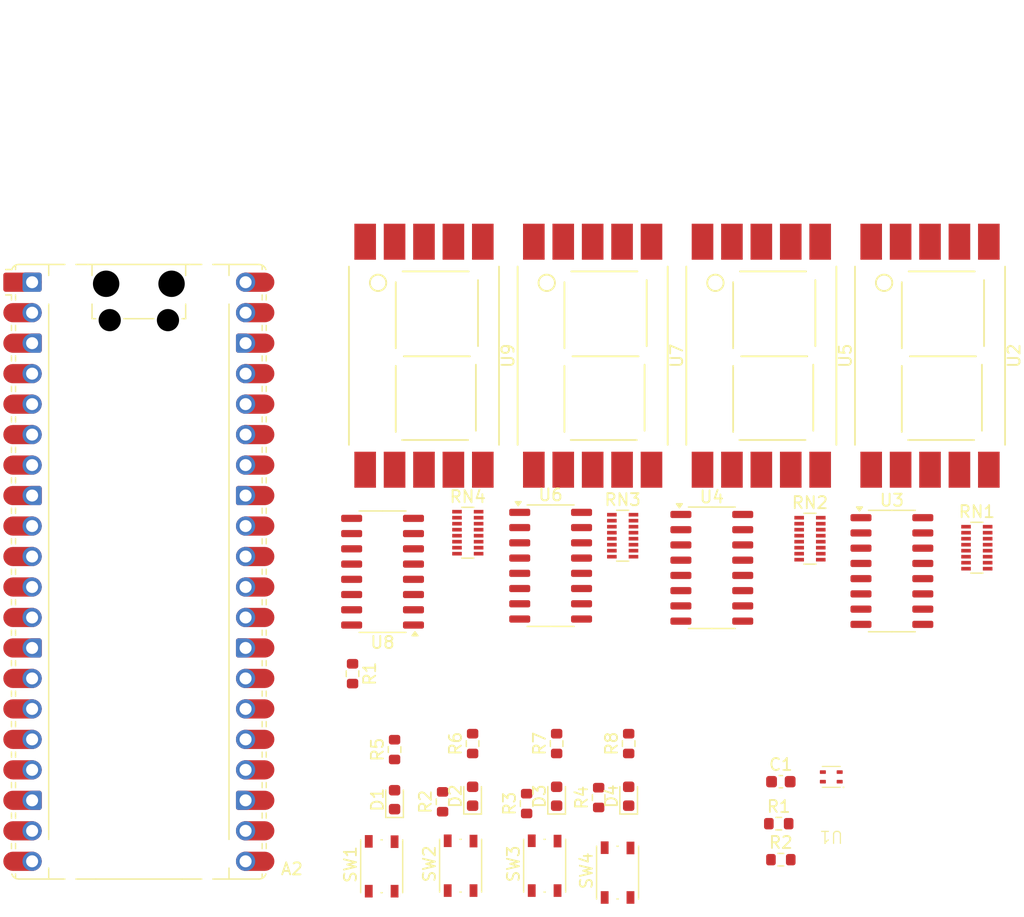
<source format=kicad_pcb>
(kicad_pcb (version 20241229) (generator "pcbnew") (generator_version "9.0")
  (layers (0 "F.Cu" signal) (2 "B.Cu" signal) (13 "F.Paste" user) (15 "B.Paste" user) (5 "F.SilkS" user "F.Silkscreen") (7 "B.SilkS" user "B.Silkscreen") (1 "F.Mask" user) (3 "B.Mask" user) (25 "Edge.Cuts" user))
  (net 0 "")
  (net 1 "3.3V")
  (net 2 "GND")
  (net 3 "Net-(U1-SCL)")
  (net 4 "Net-(U1-SDA)")
  (net 5 "/Raspberry Pi Pico/GPIO22")
  (net 6 "/Raspberry Pi Pico/GPIO21")
  (net 7 "/Raspberry Pi Pico/GPIO16")
  (net 8 "/Raspberry Pi Pico/GPIO10")
  (net 9 "/Raspberry Pi Pico/GPIO11")
  (net 10 "/Raspberry Pi Pico/SDA")
  (net 11 "/Raspberry Pi Pico/GPIO3")
  (net 12 "/Raspberry Pi Pico/GPIO5")
  (net 13 "+3.3V")
  (net 14 "/Raspberry Pi Pico/GPIO17")
  (net 15 "/Raspberry Pi Pico/SCL")
  (net 16 "/7SEG_LED_C")
  (net 17 "/Raspberry Pi Pico/GPIO27")
  (net 18 "/Raspberry Pi Pico/GPIO13")
  (net 20 "/Raspberry Pi Pico/GPIO12")
  (net 21 "/Raspberry Pi Pico/GPIO7")
  (net 23 "/Raspberry Pi Pico/GPIO9")
  (net 24 "/7SEG_4_LE")
  (net 25 "/Raspberry Pi Pico/GPIO4")
  (net 26 "/Raspberry Pi Pico/GPIO26")
  (net 27 "/Raspberry Pi Pico/GPIO28")
  (net 28 "/Raspberry Pi Pico/GPIO6")
  (net 30 "/Raspberry Pi Pico/GPIO8")
  (net 33 "/Raspberry Pi Pico/GPIO18")
  (net 34 "/Raspberry Pi Pico/GPIO20")
  (net 35 "/Raspberry Pi Pico/GPIO2")
  (net 36 "/Raspberry Pi Pico/GPIO19")
  (net 38 "Net-(D1-A)")
  (net 39 "Net-(D2-A)")
  (net 40 "Net-(D3-A)")
  (net 41 "Net-(D4-A)")
  (net 42 "/User Interface/7SEG_LED_C")
  (net 43 "/User Interface/7SEG_LED_Hum")
  (net 44 "/User Interface/7SEG_LED_MAX")
  (net 45 "/User Interface/7SEG_LED_MIN")
  (net 46 "Net-(RN1-R6.2)")
  (net 47 "Net-(RN1-R3.2)")
  (net 48 "Net-(RN1-R5.2)")
  (net 49 "Net-(RN1-R3.1)")
  (net 50 "Net-(RN1-R7.1)")
  (net 51 "Net-(RN1-R2.2)")
  (net 52 "Net-(RN1-R1.1)")
  (net 53 "Net-(RN1-R7.2)")
  (net 54 "Net-(RN1-R6.1)")
  (net 55 "Net-(RN1-R8.1)")
  (net 56 "Net-(RN1-R5.1)")
  (net 57 "Net-(RN1-R8.2)")
  (net 59 "Net-(RN1-R2.1)")
  (net 60 "Net-(RN1-R4.1)")
  (net 61 "Net-(RN1-R4.2)")
  (net 62 "Net-(RN2-R2.1)")
  (net 63 "Net-(RN2-R4.1)")
  (net 64 "Net-(RN2-R6.2)")
  (net 65 "Net-(RN2-R3.1)")
  (net 66 "Net-(RN2-R6.1)")
  (net 67 "/User Interface/7SEG_2_dp")
  (net 68 "Net-(RN2-R5.1)")
  (net 69 "Net-(RN2-R1.1)")
  (net 70 "Net-(RN2-R8.2)")
  (net 71 "Net-(RN2-R5.2)")
  (net 72 "Net-(RN2-R3.2)")
  (net 73 "Net-(RN2-R2.2)")
  (net 74 "Net-(RN2-R8.1)")
  (net 75 "Net-(RN2-R4.2)")
  (net 76 "Net-(RN2-R7.1)")
  (net 77 "Net-(RN2-R7.2)")
  (net 78 "Net-(RN3-R6.2)")
  (net 79 "Net-(RN3-R4.2)")
  (net 80 "Net-(RN3-R8.2)")
  (net 81 "Net-(RN3-R5.2)")
  (net 82 "Net-(RN3-R2.2)")
  (net 83 "Net-(RN3-R5.1)")
  (net 84 "Net-(RN3-R8.1)")
  (net 85 "Net-(RN3-R4.1)")
  (net 86 "Net-(RN3-R1.1)")
  (net 87 "Net-(RN3-R3.1)")
  (net 88 "/User Interface/7SEG_3_dp")
  (net 89 "Net-(RN3-R2.1)")
  (net 90 "Net-(RN3-R7.1)")
  (net 91 "Net-(RN3-R7.2)")
  (net 92 "Net-(RN3-R3.2)")
  (net 93 "Net-(RN3-R6.1)")
  (net 94 "/User Interface/7SEG_4_dp")
  (net 95 "Net-(RN4-R6.1)")
  (net 96 "Net-(RN4-R2.2)")
  (net 97 "Net-(RN4-R5.1)")
  (net 98 "Net-(RN4-R1.1)")
  (net 99 "Net-(RN4-R8.2)")
  (net 100 "Net-(RN4-R2.1)")
  (net 101 "Net-(RN4-R5.2)")
  (net 102 "Net-(RN4-R8.1)")
  (net 103 "Net-(RN4-R7.1)")
  (net 104 "Net-(RN4-R4.2)")
  (net 105 "Net-(RN4-R3.1)")
  (net 106 "Net-(RN4-R3.2)")
  (net 107 "Net-(RN4-R4.1)")
  (net 108 "Net-(RN4-R6.2)")
  (net 109 "Net-(RN4-R7.2)")
  (net 110 "/User Interface/7SEG_1_LE")
  (net 111 "/User Interface/7SEG_BI")
  (net 112 "/User Interface/7SEG_2_LE")
  (net 113 "/User Interface/7SEG_3_LE")
  (net 114 "/User Interface/7SEG_4_LE")
  (footprint "LED_SMD:LED_0603_1608Metric" (layer "F.Cu") (at 61 105.5 90)
    (property "Reference" "D1" (at 0 -1.43 90) (layer "F.SilkS"))
    (property "Value" "LED_C")
    (pad "1" smd roundrect (at -0.7875 0 90) (size 0.875 0.95) (layers "F.Cu" "F.Mask" "F.Paste") (net 2 "GND"))
    (pad "2" smd roundrect (at 0.7875 0 90) (size 0.875 0.95) (layers "F.Cu" "F.Mask" "F.Paste") (net 38 "Net-(D1-A)"))
  )
  (footprint "Resistor_SMD:R_0603_1608Metric" (layer "F.Cu") (at 67.5 100.825 90)
    (property "Reference" "R6" (at 0 -1.43 90) (layer "F.SilkS"))
    (property "Value" "270R")
    (pad "1" smd roundrect (at -0.825 0 90) (size 0.8 0.95) (layers "F.Cu" "F.Mask" "F.Paste") (net 43 "/User Interface/7SEG_LED_Hum"))
    (pad "2" smd roundrect (at 0.825 0 90) (size 0.8 0.95) (layers "F.Cu" "F.Mask" "F.Paste") (net 39 "Net-(D2-A)"))
  )
  (footprint "Resistor_SMD:R_0603_1608Metric" (layer "F.Cu") (at 57.5 95 -90)
    (property "Reference" "R1" (at 0 -1.43 90) (layer "F.SilkS"))
    (property "Value" "10k")
    (pad "1" smd roundrect (at -0.825 0 270) (size 0.8 0.95) (layers "F.Cu" "F.Mask" "F.Paste") (net 13 "+3.3V"))
    (pad "2" smd roundrect (at 0.825 0 270) (size 0.8 0.95) (layers "F.Cu" "F.Mask" "F.Paste") (net 8 "/Raspberry Pi Pico/GPIO10"))
  )
  (footprint "Resistor_SMD:R_Array_Convex_8x0602" (layer "F.Cu") (at 109.5 84.5)
    (property "Reference" "RN1" (at 0 -3 0) (layer "F.SilkS"))
    (property "Value" "R_Pack08")
    (pad "1" smd rect (at -0.9 -1.75) (size 0.8 0.3) (layers "F.Cu" "F.Mask" "F.Paste") (net 52 "Net-(RN1-R1.1)"))
    (pad "2" smd rect (at -0.9 -1.25) (size 0.8 0.3) (layers "F.Cu" "F.Mask" "F.Paste") (net 59 "Net-(RN1-R2.1)"))
    (pad "3" smd rect (at -0.9 -0.75) (size 0.8 0.3) (layers "F.Cu" "F.Mask" "F.Paste") (net 49 "Net-(RN1-R3.1)"))
    (pad "4" smd rect (at -0.9 -0.25) (size 0.8 0.3) (layers "F.Cu" "F.Mask" "F.Paste") (net 60 "Net-(RN1-R4.1)"))
    (pad "5" smd rect (at -0.9 0.25) (size 0.8 0.3) (layers "F.Cu" "F.Mask" "F.Paste") (net 56 "Net-(RN1-R5.1)"))
    (pad "6" smd rect (at -0.9 0.75) (size 0.8 0.3) (layers "F.Cu" "F.Mask" "F.Paste") (net 54 "Net-(RN1-R6.1)"))
    (pad "7" smd rect (at -0.9 1.25) (size 0.8 0.3) (layers "F.Cu" "F.Mask" "F.Paste") (net 50 "Net-(RN1-R7.1)"))
    (pad "8" smd rect (at -0.9 1.75) (size 0.8 0.3) (layers "F.Cu" "F.Mask" "F.Paste") (net 55 "Net-(RN1-R8.1)"))
    (pad "9" smd rect (at 0.9 1.75) (size 0.8 0.3) (layers "F.Cu" "F.Mask" "F.Paste") (net 57 "Net-(RN1-R8.2)"))
    (pad "10" smd rect (at 0.9 1.25) (size 0.8 0.3) (layers "F.Cu" "F.Mask" "F.Paste") (net 53 "Net-(RN1-R7.2)"))
    (pad "11" smd rect (at 0.9 0.75) (size 0.8 0.3) (layers "F.Cu" "F.Mask" "F.Paste") (net 46 "Net-(RN1-R6.2)"))
    (pad "12" smd rect (at 0.9 0.25) (size 0.8 0.3) (layers "F.Cu" "F.Mask" "F.Paste") (net 48 "Net-(RN1-R5.2)"))
    (pad "13" smd rect (at 0.9 -0.25) (size 0.8 0.3) (layers "F.Cu" "F.Mask" "F.Paste") (net 61 "Net-(RN1-R4.2)"))
    (pad "14" smd rect (at 0.9 -0.75) (size 0.8 0.3) (layers "F.Cu" "F.Mask" "F.Paste") (net 47 "Net-(RN1-R3.2)"))
    (pad "15" smd rect (at 0.9 -1.25) (size 0.8 0.3) (layers "F.Cu" "F.Mask" "F.Paste") (net 51 "Net-(RN1-R2.2)"))
    (pad "16" smd rect (at 0.9 -1.75) (size 0.8 0.3) (layers "F.Cu" "F.Mask" "F.Paste"))
  )
  (footprint "Resistor_SMD:R_0603_1608Metric" (layer "F.Cu") (at 72 105.825 90)
    (property "Reference" "R3" (at 0 -1.43 90) (layer "F.SilkS"))
    (property "Value" "10k")
    (pad "1" smd roundrect (at -0.825 0 90) (size 0.8 0.95) (layers "F.Cu" "F.Mask" "F.Paste") (net 13 "+3.3V"))
    (pad "2" smd roundrect (at 0.825 0 90) (size 0.8 0.95) (layers "F.Cu" "F.Mask" "F.Paste") (net 20 "/Raspberry Pi Pico/GPIO12"))
  )
  (footprint "Resistor_SMD:R_0603_1608Metric" (layer "F.Cu") (at 65 105.675 90)
    (property "Reference" "R2" (at 0 -1.43 90) (layer "F.SilkS"))
    (property "Value" "10k")
    (pad "1" smd roundrect (at -0.825 0 90) (size 0.8 0.95) (layers "F.Cu" "F.Mask" "F.Paste") (net 13 "+3.3V"))
    (pad "2" smd roundrect (at 0.825 0 90) (size 0.8 0.95) (layers "F.Cu" "F.Mask" "F.Paste") (net 9 "/Raspberry Pi Pico/GPIO11"))
  )
  (footprint "LED_SMD:LED_0603_1608Metric" (layer "F.Cu") (at 67.5 105.2125 90)
    (property "Reference" "D2" (at 0 -1.43 90) (layer "F.SilkS"))
    (property "Value" "LED_Hum")
    (pad "1" smd roundrect (at -0.7875 0 90) (size 0.875 0.95) (layers "F.Cu" "F.Mask" "F.Paste") (net 2 "GND"))
    (pad "2" smd roundrect (at 0.7875 0 90) (size 0.875 0.95) (layers "F.Cu" "F.Mask" "F.Paste") (net 39 "Net-(D2-A)"))
  )
  (footprint "Module:RaspberryPi_Pico_Common_Unspecified" (layer "F.Cu") (at 39.7 86.505)
    (property "Reference" "A2" (at 11.7475 24.765 0) (layer "F.SilkS") (effects (justify left)))
    (property "Value" "RaspberryPi_Pico")
    (pad "" np_thru_hole circle (at -2.725 -24) (size 2.2 2.2) (drill 2.2) (layers "*.Mask"))
    (pad "" np_thru_hole circle (at -2.425 -20.97) (size 1.85 1.85) (drill 1.85) (layers "*.Mask"))
    (pad "" np_thru_hole circle (at 2.425 -20.97) (size 1.85 1.85) (drill 1.85) (layers "*.Mask"))
    (pad "" np_thru_hole circle (at 2.725 -24) (size 2.2 2.2) (drill 2.2) (layers "*.Mask"))
    (pad "1" smd custom (at -9.69 -24.13) (size 1.6 0.8) (layers "F.Cu" "F.Mask") (net 10 "/Raspberry Pi Pico/SDA") (options (clearance outline) (anchor rect)) (primitives (gr_circle (center 0.8 0) (end 1.6 0) (width 0) (fill yes)) (gr_poly (pts (xy -1.6 -0.6) (xy -1.6 0.6) (xy -1.4 0.8) (xy 0.8 0.8) (xy 0.8 -0.8) (xy -1.4 -0.8)) (width 0) (fill yes)) (gr_circle (center -1.4 -0.6) (end -1.2 -0.6) (width 0) (fill yes)) (gr_circle (center -1.4 0.6) (end -1.2 0.6) (width 0) (fill yes))))
    (pad "1" thru_hole roundrect (at -8.89 -24.13) (size 1.6 1.6) (drill 1) (layers "*.Cu" "*.Mask") (roundrect_rratio 0.125) (net 10 "/Raspberry Pi Pico/SDA"))
    (pad "2" smd roundrect (at -9.69 -21.59) (size 3.2 1.6) (layers "F.Cu" "F.Mask") (roundrect_rratio 0.5) (net 15 "/Raspberry Pi Pico/SCL"))
    (pad "2" thru_hole circle (at -8.89 -21.59) (size 1.6 1.6) (drill 1) (layers "*.Cu" "*.Mask") (net 15 "/Raspberry Pi Pico/SCL"))
    (pad "3" smd custom (at -9.69 -19.05) (size 1.6 0.8) (layers "F.Cu" "F.Mask") (net 2 "GND") (options (clearance outline) (anchor rect)) (primitives (gr_circle (center -0.8 0) (end 0 0) (width 0) (fill yes)) (gr_poly (pts (xy 1.6 -0.6) (xy 1.6 0.6) (xy 1.4 0.8) (xy -0.8 0.8) (xy -0.8 -0.8) (xy 1.4 -0.8)) (width 0) (fill yes)) (gr_circle (center 1.4 -0.6) (end 1.6 -0.6) (width 0) (fill yes)) (gr_circle (center 1.4 0.6) (end 1.6 0.6) (width 0) (fill yes))))
    (pad "3" thru_hole custom (at -8.89 -19.05) (size 1.6 1.6) (drill 1) (layers "*.Cu" "*.Mask") (net 2 "GND") (options (clearance outline) (anchor circle)) (primitives (gr_poly (pts (xy 0.8 0.6) (xy 0.8 -0.6) (xy 0.6 -0.8) (xy 0 -0.8) (xy 0 0.8) (xy 0.6 0.8)) (width 0) (fill yes)) (gr_circle (center 0.6 0.6) (end 0.8 0.6) (width 0) (fill yes)) (gr_circle (center 0.6 -0.6) (end 0.8 -0.6) (width 0) (fill yes))))
    (pad "4" smd roundrect (at -9.69 -16.51) (size 3.2 1.6) (layers "F.Cu" "F.Mask") (roundrect_rratio 0.5) (net 35 "/Raspberry Pi Pico/GPIO2"))
    (pad "4" thru_hole circle (at -8.89 -16.51) (size 1.6 1.6) (drill 1) (layers "*.Cu" "*.Mask") (net 35 "/Raspberry Pi Pico/GPIO2"))
    (pad "5" smd roundrect (at -9.69 -13.97) (size 3.2 1.6) (layers "F.Cu" "F.Mask") (roundrect_rratio 0.5) (net 11 "/Raspberry Pi Pico/GPIO3"))
    (pad "5" thru_hole circle (at -8.89 -13.97) (size 1.6 1.6) (drill 1) (layers "*.Cu" "*.Mask") (net 11 "/Raspberry Pi Pico/GPIO3"))
    (pad "6" smd roundrect (at -9.69 -11.43) (size 3.2 1.6) (layers "F.Cu" "F.Mask") (roundrect_rratio 0.5) (net 25 "/Raspberry Pi Pico/GPIO4"))
    (pad "6" thru_hole circle (at -8.89 -11.43) (size 1.6 1.6) (drill 1) (layers "*.Cu" "*.Mask") (net 25 "/Raspberry Pi Pico/GPIO4"))
    (pad "7" smd roundrect (at -9.69 -8.89) (size 3.2 1.6) (layers "F.Cu" "F.Mask") (roundrect_rratio 0.5) (net 12 "/Raspberry Pi Pico/GPIO5"))
    (pad "7" thru_hole circle (at -8.89 -8.89) (size 1.6 1.6) (drill 1) (layers "*.Cu" "*.Mask") (net 12 "/Raspberry Pi Pico/GPIO5"))
    (pad "8" smd custom (at -9.69 -6.35) (size 1.6 0.8) (layers "F.Cu" "F.Mask") (net 2 "GND") (options (clearance outline) (anchor rect)) (primitives (gr_circle (center -0.8 0) (end 0 0) (width 0) (fill yes)) (gr_poly (pts (xy 1.6 -0.6) (xy 1.6 0.6) (xy 1.4 0.8) (xy -0.8 0.8) (xy -0.8 -0.8) (xy 1.4 -0.8)) (width 0) (fill yes)) (gr_circle (center 1.4 -0.6) (end 1.6 -0.6) (width 0) (fill yes)) (gr_circle (center 1.4 0.6) (end 1.6 0.6) (width 0) (fill yes))))
    (pad "8" thru_hole custom (at -8.89 -6.35) (size 1.6 1.6) (drill 1) (layers "*.Cu" "*.Mask") (net 2 "GND") (options (clearance outline) (anchor circle)) (primitives (gr_poly (pts (xy 0.8 0.6) (xy 0.8 -0.6) (xy 0.6 -0.8) (xy 0 -0.8) (xy 0 0.8) (xy 0.6 0.8)) (width 0) (fill yes)) (gr_circle (center 0.6 0.6) (end 0.8 0.6) (width 0) (fill yes)) (gr_circle (center 0.6 -0.6) (end 0.8 -0.6) (width 0) (fill yes))))
    (pad "9" smd roundrect (at -9.69 -3.81) (size 3.2 1.6) (layers "F.Cu" "F.Mask") (roundrect_rratio 0.5) (net 28 "/Raspberry Pi Pico/GPIO6"))
    (pad "9" thru_hole circle (at -8.89 -3.81) (size 1.6 1.6) (drill 1) (layers "*.Cu" "*.Mask") (net 28 "/Raspberry Pi Pico/GPIO6"))
    (pad "10" smd roundrect (at -9.69 -1.27) (size 3.2 1.6) (layers "F.Cu" "F.Mask") (roundrect_rratio 0.5) (net 21 "/Raspberry Pi Pico/GPIO7"))
    (pad "10" thru_hole circle (at -8.89 -1.27) (size 1.6 1.6) (drill 1) (layers "*.Cu" "*.Mask") (net 21 "/Raspberry Pi Pico/GPIO7"))
    (pad "11" smd roundrect (at -9.69 1.27) (size 3.2 1.6) (layers "F.Cu" "F.Mask") (roundrect_rratio 0.5) (net 30 "/Raspberry Pi Pico/GPIO8"))
    (pad "11" thru_hole circle (at -8.89 1.27) (size 1.6 1.6) (drill 1) (layers "*.Cu" "*.Mask") (net 30 "/Raspberry Pi Pico/GPIO8"))
    (pad "12" smd roundrect (at -9.69 3.81) (size 3.2 1.6) (layers "F.Cu" "F.Mask") (roundrect_rratio 0.5) (net 23 "/Raspberry Pi Pico/GPIO9"))
    (pad "12" thru_hole circle (at -8.89 3.81) (size 1.6 1.6) (drill 1) (layers "*.Cu" "*.Mask") (net 23 "/Raspberry Pi Pico/GPIO9"))
    (pad "13" smd custom (at -9.69 6.35) (size 1.6 0.8) (layers "F.Cu" "F.Mask") (net 2 "GND") (options (clearance outline) (anchor rect)) (primitives (gr_circle (center -0.8 0) (end 0 0) (width 0) (fill yes)) (gr_poly (pts (xy 1.6 -0.6) (xy 1.6 0.6) (xy 1.4 0.8) (xy -0.8 0.8) (xy -0.8 -0.8) (xy 1.4 -0.8)) (width 0) (fill yes)) (gr_circle (center 1.4 -0.6) (end 1.6 -0.6) (width 0) (fill yes)) (gr_circle (center 1.4 0.6) (end 1.6 0.6) (width 0) (fill yes))))
    (pad "13" thru_hole custom (at -8.89 6.35) (size 1.6 1.6) (drill 1) (layers "*.Cu" "*.Mask") (net 2 "GND") (options (clearance outline) (anchor circle)) (primitives (gr_poly (pts (xy 0.8 0.6) (xy 0.8 -0.6) (xy 0.6 -0.8) (xy 0 -0.8) (xy 0 0.8) (xy 0.6 0.8)) (width 0) (fill yes)) (gr_circle (center 0.6 0.6) (end 0.8 0.6) (width 0) (fill yes)) (gr_circle (center 0.6 -0.6) (end 0.8 -0.6) (width 0) (fill yes))))
    (pad "14" smd roundrect (at -9.69 8.89) (size 3.2 1.6) (layers "F.Cu" "F.Mask") (roundrect_rratio 0.5) (net 8 "/Raspberry Pi Pico/GPIO10"))
    (pad "14" thru_hole circle (at -8.89 8.89) (size 1.6 1.6) (drill 1) (layers "*.Cu" "*.Mask") (net 8 "/Raspberry Pi Pico/GPIO10"))
    (pad "15" smd roundrect (at -9.69 11.43) (size 3.2 1.6) (layers "F.Cu" "F.Mask") (roundrect_rratio 0.5) (net 9 "/Raspberry Pi Pico/GPIO11"))
    (pad "15" thru_hole circle (at -8.89 11.43) (size 1.6 1.6) (drill 1) (layers "*.Cu" "*.Mask") (net 9 "/Raspberry Pi Pico/GPIO11"))
    (pad "16" smd roundrect (at -9.69 13.97) (size 3.2 1.6) (layers "F.Cu" "F.Mask") (roundrect_rratio 0.5) (net 20 "/Raspberry Pi Pico/GPIO12"))
    (pad "16" thru_hole circle (at -8.89 13.97) (size 1.6 1.6) (drill 1) (layers "*.Cu" "*.Mask") (net 20 "/Raspberry Pi Pico/GPIO12"))
    (pad "17" smd roundrect (at -9.69 16.51) (size 3.2 1.6) (layers "F.Cu" "F.Mask") (roundrect_rratio 0.5) (net 18 "/Raspberry Pi Pico/GPIO13"))
    (pad "17" thru_hole circle (at -8.89 16.51) (size 1.6 1.6) (drill 1) (layers "*.Cu" "*.Mask") (net 18 "/Raspberry Pi Pico/GPIO13"))
    (pad "18" smd custom (at -9.69 19.05) (size 1.6 0.8) (layers "F.Cu" "F.Mask") (net 2 "GND") (options (clearance outline) (anchor rect)) (primitives (gr_circle (center -0.8 0) (end 0 0) (width 0) (fill yes)) (gr_poly (pts (xy 1.6 -0.6) (xy 1.6 0.6) (xy 1.4 0.8) (xy -0.8 0.8) (xy -0.8 -0.8) (xy 1.4 -0.8)) (width 0) (fill yes)) (gr_circle (center 1.4 -0.6) (end 1.6 -0.6) (width 0) (fill yes)) (gr_circle (center 1.4 0.6) (end 1.6 0.6) (width 0) (fill yes))))
    (pad "18" thru_hole custom (at -8.89 19.05) (size 1.6 1.6) (drill 1) (layers "*.Cu" "*.Mask") (net 2 "GND") (options (clearance outline) (anchor circle)) (primitives (gr_poly (pts (xy 0.8 0.6) (xy 0.8 -0.6) (xy 0.6 -0.8) (xy 0 -0.8) (xy 0 0.8) (xy 0.6 0.8)) (width 0) (fill yes)) (gr_circle (center 0.6 0.6) (end 0.8 0.6) (width 0) (fill yes)) (gr_circle (center 0.6 -0.6) (end 0.8 -0.6) (width 0) (fill yes))))
    (pad "19" smd roundrect (at -9.69 21.59) (size 3.2 1.6) (layers "F.Cu" "F.Mask") (roundrect_rratio 0.5) (net 16 "/7SEG_LED_C"))
    (pad "19" thru_hole circle (at -8.89 21.59) (size 1.6 1.6) (drill 1) (layers "*.Cu" "*.Mask") (net 16 "/7SEG_LED_C"))
    (pad "20" smd roundrect (at -9.69 24.13) (size 3.2 1.6) (layers "F.Cu" "F.Mask") (roundrect_rratio 0.5) (net 24 "/7SEG_4_LE"))
    (pad "20" thru_hole circle (at -8.89 24.13) (size 1.6 1.6) (drill 1) (layers "*.Cu" "*.Mask") (net 24 "/7SEG_4_LE"))
    (pad "21" thru_hole circle (at 8.89 24.13) (size 1.6 1.6) (drill 1) (layers "*.Cu" "*.Mask") (net 7 "/Raspberry Pi Pico/GPIO16"))
    (pad "21" smd roundrect (at 9.69 24.13) (size 3.2 1.6) (layers "F.Cu" "F.Mask") (roundrect_rratio 0.5) (net 7 "/Raspberry Pi Pico/GPIO16"))
    (pad "22" thru_hole circle (at 8.89 21.59) (size 1.6 1.6) (drill 1) (layers "*.Cu" "*.Mask") (net 14 "/Raspberry Pi Pico/GPIO17"))
    (pad "22" smd roundrect (at 9.69 21.59) (size 3.2 1.6) (layers "F.Cu" "F.Mask") (roundrect_rratio 0.5) (net 14 "/Raspberry Pi Pico/GPIO17"))
    (pad "23" thru_hole custom (at 8.89 19.05) (size 1.6 1.6) (drill 1) (layers "*.Cu" "*.Mask") (net 2 "GND") (options (clearance outline) (anchor circle)) (primitives (gr_poly (pts (xy -0.8 0.6) (xy -0.8 -0.6) (xy -0.6 -0.8) (xy 0 -0.8) (xy 0 0.8) (xy -0.6 0.8)) (width 0) (fill yes)) (gr_circle (center -0.6 0.6) (end -0.4 0.6) (width 0) (fill yes)) (gr_circle (center -0.6 -0.6) (end -0.4 -0.6) (width 0) (fill yes))))
    (pad "23" smd custom (at 9.69 19.05) (size 1.6 0.8) (layers "F.Cu" "F.Mask") (net 2 "GND") (options (clearance outline) (anchor rect)) (primitives (gr_circle (center 0.8 0) (end 1.6 0) (width 0) (fill yes)) (gr_poly (pts (xy -1.6 -0.6) (xy -1.6 0.6) (xy -1.4 0.8) (xy 0.8 0.8) (xy 0.8 -0.8) (xy -1.4 -0.8)) (width 0) (fill yes)) (gr_circle (center -1.4 -0.6) (end -1.2 -0.6) (width 0) (fill yes)) (gr_circle (center -1.4 0.6) (end -1.2 0.6) (width 0) (fill yes))))
    (pad "24" thru_hole circle (at 8.89 16.51) (size 1.6 1.6) (drill 1) (layers "*.Cu" "*.Mask") (net 33 "/Raspberry Pi Pico/GPIO18"))
    (pad "24" smd roundrect (at 9.69 16.51) (size 3.2 1.6) (layers "F.Cu" "F.Mask") (roundrect_rratio 0.5) (net 33 "/Raspberry Pi Pico/GPIO18"))
    (pad "25" thru_hole circle (at 8.89 13.97) (size 1.6 1.6) (drill 1) (layers "*.Cu" "*.Mask") (net 36 "/Raspberry Pi Pico/GPIO19"))
    (pad "25" smd roundrect (at 9.69 13.97) (size 3.2 1.6) (layers "F.Cu" "F.Mask") (roundrect_rratio 0.5) (net 36 "/Raspberry Pi Pico/GPIO19"))
    (pad "26" thru_hole circle (at 8.89 11.43) (size 1.6 1.6) (drill 1) (layers "*.Cu" "*.Mask") (net 34 "/Raspberry Pi Pico/GPIO20"))
    (pad "26" smd roundrect (at 9.69 11.43) (size 3.2 1.6) (layers "F.Cu" "F.Mask") (roundrect_rratio 0.5) (net 34 "/Raspberry Pi Pico/GPIO20"))
    (pad "27" thru_hole circle (at 8.89 8.89) (size 1.6 1.6) (drill 1) (layers "*.Cu" "*.Mask") (net 6 "/Raspberry Pi Pico/GPIO21"))
    (pad "27" smd roundrect (at 9.69 8.89) (size 3.2 1.6) (layers "F.Cu" "F.Mask") (roundrect_rratio 0.5) (net 6 "/Raspberry Pi Pico/GPIO21"))
    (pad "28" thru_hole custom (at 8.89 6.35) (size 1.6 1.6) (drill 1) (layers "*.Cu" "*.Mask") (net 2 "GND") (options (clearance outline) (anchor circle)) (primitives (gr_poly (pts (xy -0.8 0.6) (xy -0.8 -0.6) (xy -0.6 -0.8) (xy 0 -0.8) (xy 0 0.8) (xy -0.6 0.8)) (width 0) (fill yes)) (gr_circle (center -0.6 0.6) (end -0.4 0.6) (width 0) (fill yes)) (gr_circle (center -0.6 -0.6) (end -0.4 -0.6) (width 0) (fill yes))))
    (pad "28" smd custom (at 9.69 6.35) (size 1.6 0.8) (layers "F.Cu" "F.Mask") (net 2 "GND") (options (clearance outline) (anchor rect)) (primitives (gr_circle (center 0.8 0) (end 1.6 0) (width 0) (fill yes)) (gr_poly (pts (xy -1.6 -0.6) (xy -1.6 0.6) (xy -1.4 0.8) (xy 0.8 0.8) (xy 0.8 -0.8) (xy -1.4 -0.8)) (width 0) (fill yes)) (gr_circle (center -1.4 -0.6) (end -1.2 -0.6) (width 0) (fill yes)) (gr_circle (center -1.4 0.6) (end -1.2 0.6) (width 0) (fill yes))))
    (pad "29" thru_hole circle (at 8.89 3.81) (size 1.6 1.6) (drill 1) (layers "*.Cu" "*.Mask") (net 5 "/Raspberry Pi Pico/GPIO22"))
    (pad "29" smd roundrect (at 9.69 3.81) (size 3.2 1.6) (layers "F.Cu" "F.Mask") (roundrect_rratio 0.5) (net 5 "/Raspberry Pi Pico/GPIO22"))
    (pad "30" thru_hole circle (at 8.89 1.27) (size 1.6 1.6) (drill 1) (layers "*.Cu" "*.Mask"))
    (pad "30" smd roundrect (at 9.69 1.27) (size 3.2 1.6) (layers "F.Cu" "F.Mask") (roundrect_rratio 0.5))
    (pad "31" thru_hole circle (at 8.89 -1.27) (size 1.6 1.6) (drill 1) (layers "*.Cu" "*.Mask") (net 26 "/Raspberry Pi Pico/GPIO26"))
    (pad "31" smd roundrect (at 9.69 -1.27) (size 3.2 1.6) (layers "F.Cu" "F.Mask") (roundrect_rratio 0.5) (net 26 "/Raspberry Pi Pico/GPIO26"))
    (pad "32" thru_hole circle (at 8.89 -3.81) (size 1.6 1.6) (drill 1) (layers "*.Cu" "*.Mask") (net 17 "/Raspberry Pi Pico/GPIO27"))
    (pad "32" smd roundrect (at 9.69 -3.81) (size 3.2 1.6) (layers "F.Cu" "F.Mask") (roundrect_rratio 0.5) (net 17 "/Raspberry Pi Pico/GPIO27"))
    (pad "33" thru_hole custom (at 8.89 -6.35) (size 1.6 1.6) (drill 1) (layers "*.Cu" "*.Mask") (options (clearance outline) (anchor circle)) (primitives (gr_poly (pts (xy -0.8 0.6) (xy -0.8 -0.6) (xy -0.6 -0.8) (xy 0 -0.8) (xy 0 0.8) (xy -0.6 0.8)) (width 0) (fill yes)) (gr_circle (center -0.6 0.6) (end -0.4 0.6) (width 0) (fill yes)) (gr_circle (center -0.6 -0.6) (end -0.4 -0.6) (width 0) (fill yes))))
    (pad "33" smd custom (at 9.69 -6.35) (size 1.6 0.8) (layers "F.Cu" "F.Mask") (options (clearance outline) (anchor rect)) (primitives (gr_circle (center 0.8 0) (end 1.6 0) (width 0) (fill yes)) (gr_poly (pts (xy -1.6 -0.6) (xy -1.6 0.6) (xy -1.4 0.8) (xy 0.8 0.8) (xy 0.8 -0.8) (xy -1.4 -0.8)) (width 0) (fill yes)) (gr_circle (center -1.4 -0.6) (end -1.2 -0.6) (width 0) (fill yes)) (gr_circle (center -1.4 0.6) (end -1.2 0.6) (width 0) (fill yes))))
    (pad "34" thru_hole circle (at 8.89 -8.89) (size 1.6 1.6) (drill 1) (layers "*.Cu" "*.Mask") (net 27 "/Raspberry Pi Pico/GPIO28"))
    (pad "34" smd roundrect (at 9.69 -8.89) (size 3.2 1.6) (layers "F.Cu" "F.Mask") (roundrect_rratio 0.5) (net 27 "/Raspberry Pi Pico/GPIO28"))
    (pad "35" thru_hole circle (at 8.89 -11.43) (size 1.6 1.6) (drill 1) (layers "*.Cu" "*.Mask"))
    (pad "35" smd roundrect (at 9.69 -11.43) (size 3.2 1.6) (layers "F.Cu" "F.Mask") (roundrect_rratio 0.5))
    (pad "36" thru_hole circle (at 8.89 -13.97) (size 1.6 1.6) (drill 1) (layers "*.Cu" "*.Mask") (net 13 "+3.3V"))
    (pad "36" smd roundrect (at 9.69 -13.97) (size 3.2 1.6) (layers "F.Cu" "F.Mask") (roundrect_rratio 0.5) (net 13 "+3.3V"))
    (pad "37" thru_hole circle (at 8.89 -16.51) (size 1.6 1.6) (drill 1) (layers "*.Cu" "*.Mask"))
    (pad "37" smd roundrect (at 9.69 -16.51) (size 3.2 1.6) (layers "F.Cu" "F.Mask") (roundrect_rratio 0.5))
    (pad "38" thru_hole custom (at 8.89 -19.05) (size 1.6 1.6) (drill 1) (layers "*.Cu" "*.Mask") (net 2 "GND") (options (clearance outline) (anchor circle)) (primitives (gr_poly (pts (xy -0.8 0.6) (xy -0.8 -0.6) (xy -0.6 -0.8) (xy 0 -0.8) (xy 0 0.8) (xy -0.6 0.8)) (width 0) (fill yes)) (gr_circle (center -0.6 0.6) (end -0.4 0.6) (width 0) (fill yes)) (gr_circle (center -0.6 -0.6) (end -0.4 -0.6) (width 0) (fill yes))))
    (pad "38" smd custom (at 9.69 -19.05) (size 1.6 0.8) (layers "F.Cu" "F.Mask") (net 2 "GND") (options (clearance outline) (anchor rect)) (primitives (gr_circle (center 0.8 0) (end 1.6 0) (width 0) (fill yes)) (gr_poly (pts (xy -1.6 -0.6) (xy -1.6 0.6) (xy -1.4 0.8) (xy 0.8 0.8) (xy 0.8 -0.8) (xy -1.4 -0.8)) (width 0) (fill yes)) (gr_circle (center -1.4 -0.6) (end -1.2 -0.6) (width 0) (fill yes)) (gr_circle (center -1.4 0.6) (end -1.2 0.6) (width 0) (fill yes))))
    (pad "39" thru_hole circle (at 8.89 -21.59) (size 1.6 1.6) (drill 1) (layers "*.Cu" "*.Mask"))
    (pad "39" smd roundrect (at 9.69 -21.59) (size 3.2 1.6) (layers "F.Cu" "F.Mask") (roundrect_rratio 0.5))
    (pad "40" thru_hole circle (at 8.89 -24.13) (size 1.6 1.6) (drill 1) (layers "*.Cu" "*.Mask"))
    (pad "40" smd roundrect (at 9.69 -24.13) (size 3.2 1.6) (layers "F.Cu" "F.Mask") (roundrect_rratio 0.5))
  )
  (footprint "LED_SMD:LED_0603_1608Metric" (layer "F.Cu") (at 80.5 105.2125 90)
    (property "Reference" "D4" (at 0 -1.43 90) (layer "F.SilkS"))
    (property "Value" "LED_MIN")
    (pad "1" smd roundrect (at -0.7875 0 90) (size 0.875 0.95) (layers "F.Cu" "F.Mask" "F.Paste") (net 2 "GND"))
    (pad "2" smd roundrect (at 0.7875 0 90) (size 0.875 0.95) (layers "F.Cu" "F.Mask" "F.Paste") (net 41 "Net-(D4-A)"))
  )
  (footprint "Button_Switch_SMD:SW_Push_1P1T_NO_Vertical_Wuerth_434133025816" (layer "F.Cu") (at 79.575 111.575 90)
    (property "Reference" "SW4" (at 0.15 -2.6 90) (layer "F.SilkS"))
    (property "Value" "SW_Push")
    (pad "1" smd rect (at -2.075 -1.075 90) (size 1.05 0.65) (layers "F.Cu" "F.Mask" "F.Paste") (net 18 "/Raspberry Pi Pico/GPIO13"))
    (pad "1" smd rect (at 2.075 -1.075 90) (size 1.05 0.65) (layers "F.Cu" "F.Mask" "F.Paste") (net 18 "/Raspberry Pi Pico/GPIO13"))
    (pad "2" smd rect (at -2.075 1.075 90) (size 1.05 0.65) (layers "F.Cu" "F.Mask" "F.Paste") (net 2 "GND"))
    (pad "2" smd rect (at 2.05 1.075 90) (size 1.05 0.65) (layers "F.Cu" "F.Mask" "F.Paste") (net 2 "GND"))
  )
  (footprint "LED_SMD:LED_0603_1608Metric" (layer "F.Cu") (at 74.5 105.2125 90)
    (property "Reference" "D3" (at 0 -1.43 90) (layer "F.SilkS"))
    (property "Value" "LED_MAX")
    (pad "1" smd roundrect (at -0.7875 0 90) (size 0.875 0.95) (layers "F.Cu" "F.Mask" "F.Paste") (net 2 "GND"))
    (pad "2" smd roundrect (at 0.7875 0 90) (size 0.875 0.95) (layers "F.Cu" "F.Mask" "F.Paste") (net 40 "Net-(D3-A)"))
  )
  (footprint "Resistor_SMD:R_Array_Convex_8x0602" (layer "F.Cu") (at 95.6 83.75)
    (property "Reference" "RN2" (at 0 -3 0) (layer "F.SilkS"))
    (property "Value" "R_Pack08")
    (pad "1" smd rect (at -0.9 -1.75) (size 0.8 0.3) (layers "F.Cu" "F.Mask" "F.Paste") (net 69 "Net-(RN2-R1.1)"))
    (pad "2" smd rect (at -0.9 -1.25) (size 0.8 0.3) (layers "F.Cu" "F.Mask" "F.Paste") (net 62 "Net-(RN2-R2.1)"))
    (pad "3" smd rect (at -0.9 -0.75) (size 0.8 0.3) (layers "F.Cu" "F.Mask" "F.Paste") (net 65 "Net-(RN2-R3.1)"))
    (pad "4" smd rect (at -0.9 -0.25) (size 0.8 0.3) (layers "F.Cu" "F.Mask" "F.Paste") (net 63 "Net-(RN2-R4.1)"))
    (pad "5" smd rect (at -0.9 0.25) (size 0.8 0.3) (layers "F.Cu" "F.Mask" "F.Paste") (net 68 "Net-(RN2-R5.1)"))
    (pad "6" smd rect (at -0.9 0.75) (size 0.8 0.3) (layers "F.Cu" "F.Mask" "F.Paste") (net 66 "Net-(RN2-R6.1)"))
    (pad "7" smd rect (at -0.9 1.25) (size 0.8 0.3) (layers "F.Cu" "F.Mask" "F.Paste") (net 76 "Net-(RN2-R7.1)"))
    (pad "8" smd rect (at -0.9 1.75) (size 0.8 0.3) (layers "F.Cu" "F.Mask" "F.Paste") (net 74 "Net-(RN2-R8.1)"))
    (pad "9" smd rect (at 0.9 1.75) (size 0.8 0.3) (layers "F.Cu" "F.Mask" "F.Paste") (net 70 "Net-(RN2-R8.2)"))
    (pad "10" smd rect (at 0.9 1.25) (size 0.8 0.3) (layers "F.Cu" "F.Mask" "F.Paste") (net 77 "Net-(RN2-R7.2)"))
    (pad "11" smd rect (at 0.9 0.75) (size 0.8 0.3) (layers "F.Cu" "F.Mask" "F.Paste") (net 64 "Net-(RN2-R6.2)"))
    (pad "12" smd rect (at 0.9 0.25) (size 0.8 0.3) (layers "F.Cu" "F.Mask" "F.Paste") (net 71 "Net-(RN2-R5.2)"))
    (pad "13" smd rect (at 0.9 -0.25) (size 0.8 0.3) (layers "F.Cu" "F.Mask" "F.Paste") (net 75 "Net-(RN2-R4.2)"))
    (pad "14" smd rect (at 0.9 -0.75) (size 0.8 0.3) (layers "F.Cu" "F.Mask" "F.Paste") (net 72 "Net-(RN2-R3.2)"))
    (pad "15" smd rect (at 0.9 -1.25) (size 0.8 0.3) (layers "F.Cu" "F.Mask" "F.Paste") (net 73 "Net-(RN2-R2.2)"))
    (pad "16" smd rect (at 0.9 -1.75) (size 0.8 0.3) (layers "F.Cu" "F.Mask" "F.Paste") (net 67 "/User Interface/7SEG_2_dp"))
  )
  (footprint "Resistor_SMD:R_0603_1608Metric" (layer "F.Cu") (at 78 105.325 90)
    (property "Reference" "R4" (at 0 -1.43 90) (layer "F.SilkS"))
    (property "Value" "10k")
    (pad "1" smd roundrect (at -0.825 0 90) (size 0.8 0.95) (layers "F.Cu" "F.Mask" "F.Paste") (net 13 "+3.3V"))
    (pad "2" smd roundrect (at 0.825 0 90) (size 0.8 0.95) (layers "F.Cu" "F.Mask" "F.Paste") (net 18 "/Raspberry Pi Pico/GPIO13"))
  )
  (footprint "Resistor_SMD:R_0603_1608Metric" (layer "F.Cu") (at 61 101.325 90)
    (property "Reference" "R5" (at 0 -1.43 90) (layer "F.SilkS"))
    (property "Value" "270R")
    (pad "1" smd roundrect (at -0.825 0 90) (size 0.8 0.95) (layers "F.Cu" "F.Mask" "F.Paste") (net 42 "/User Interface/7SEG_LED_C"))
    (pad "2" smd roundrect (at 0.825 0 90) (size 0.8 0.95) (layers "F.Cu" "F.Mask" "F.Paste") (net 38 "Net-(D1-A)"))
  )
  (footprint "Display_7Segment:7SEGMENT-LED__HDSM531_HDSM533_SMD" (layer "F.Cu") (at 77.5 68.5 -90)
    (property "Reference" "U7" (at 0 -7 90) (layer "F.SilkS"))
    (property "Value" "KCSC02-107")
    (pad "1" smd rect (at -9.5 -4.9 180) (size 1.8 3) (layers "F.Cu" "F.Mask" "F.Paste") (net 85 "Net-(RN3-R4.1)"))
    (pad "2" smd rect (at -9.5 -2.45 180) (size 1.8 3) (layers "F.Cu" "F.Mask" "F.Paste") (net 83 "Net-(RN3-R5.1)"))
    (pad "3" smd rect (at -9.5 0 180) (size 1.8 3) (layers "F.Cu" "F.Mask" "F.Paste") (net 13 "+3.3V"))
    (pad "4" smd rect (at -9.5 2.45 180) (size 1.8 3) (layers "F.Cu" "F.Mask" "F.Paste") (net 93 "Net-(RN3-R6.1)"))
    (pad "5" smd rect (at -9.5 4.9 180) (size 1.8 3) (layers "F.Cu" "F.Mask" "F.Paste") (net 86 "Net-(RN3-R1.1)"))
    (pad "6" smd rect (at 9.5 4.9 180) (size 1.8 3) (layers "F.Cu" "F.Mask" "F.Paste") (net 90 "Net-(RN3-R7.1)"))
    (pad "7" smd rect (at 9.5 2.45 180) (size 1.8 3) (layers "F.Cu" "F.Mask" "F.Paste") (net 84 "Net-(RN3-R8.1)"))
    (pad "8" smd rect (at 9.5 0 180) (size 1.8 3) (layers "F.Cu" "F.Mask" "F.Paste") (net 13 "+3.3V"))
    (pad "9" smd rect (at 9.5 -2.45 180) (size 1.8 3) (layers "F.Cu" "F.Mask" "F.Paste") (net 87 "Net-(RN3-R3.1)"))
    (pad "10" smd rect (at 9.5 -4.9 180) (size 1.8 3) (layers "F.Cu" "F.Mask" "F.Paste") (net 89 "Net-(RN3-R2.1)"))
  )
  (footprint "Resistor_SMD:R_0603_1608Metric" (layer "F.Cu") (at 74.5 100.825 90)
    (property "Reference" "R7" (at 0 -1.43 90) (layer "F.SilkS"))
    (property "Value" "270R")
    (pad "1" smd roundrect (at -0.825 0 90) (size 0.8 0.95) (layers "F.Cu" "F.Mask" "F.Paste") (net 44 "/User Interface/7SEG_LED_MAX"))
    (pad "2" smd roundrect (at 0.825 0 90) (size 0.8 0.95) (layers "F.Cu" "F.Mask" "F.Paste") (net 40 "Net-(D3-A)"))
  )
  (footprint "Capacitor_SMD:C_0603_1608Metric" (layer "F.Cu") (at 93.175 104)
    (property "Reference" "C1" (at 0 -1.43 0) (layer "F.SilkS"))
    (property "Value" "100nF")
    (pad "1" smd roundrect (at -0.775 0) (size 0.9 0.95) (layers "F.Cu" "F.Mask" "F.Paste") (net 1 "3.3V"))
    (pad "2" smd roundrect (at 0.775 0) (size 0.9 0.95) (layers "F.Cu" "F.Mask" "F.Paste") (net 2 "GND"))
  )
  (footprint "Display_7Segment:7SEGMENT-LED__HDSM531_HDSM533_SMD" (layer "F.Cu") (at 91.55 68.5 -90)
    (property "Reference" "U5" (at 0 -7 90) (layer "F.SilkS"))
    (property "Value" "KCSC02-107")
    (pad "1" smd rect (at -9.5 -4.9 180) (size 1.8 3) (layers "F.Cu" "F.Mask" "F.Paste") (net 63 "Net-(RN2-R4.1)"))
    (pad "2" smd rect (at -9.5 -2.45 180) (size 1.8 3) (layers "F.Cu" "F.Mask" "F.Paste") (net 68 "Net-(RN2-R5.1)"))
    (pad "3" smd rect (at -9.5 0 180) (size 1.8 3) (layers "F.Cu" "F.Mask" "F.Paste") (net 13 "+3.3V"))
    (pad "4" smd rect (at -9.5 2.45 180) (size 1.8 3) (layers "F.Cu" "F.Mask" "F.Paste") (net 66 "Net-(RN2-R6.1)"))
    (pad "5" smd rect (at -9.5 4.9 180) (size 1.8 3) (layers "F.Cu" "F.Mask" "F.Paste") (net 69 "Net-(RN2-R1.1)"))
    (pad "6" smd rect (at 9.5 4.9 180) (size 1.8 3) (layers "F.Cu" "F.Mask" "F.Paste") (net 76 "Net-(RN2-R7.1)"))
    (pad "7" smd rect (at 9.5 2.45 180) (size 1.8 3) (layers "F.Cu" "F.Mask" "F.Paste") (net 74 "Net-(RN2-R8.1)"))
    (pad "8" smd rect (at 9.5 0 180) (size 1.8 3) (layers "F.Cu" "F.Mask" "F.Paste") (net 13 "+3.3V"))
    (pad "9" smd rect (at 9.5 -2.45 180) (size 1.8 3) (layers "F.Cu" "F.Mask" "F.Paste") (net 65 "Net-(RN2-R3.1)"))
    (pad "10" smd rect (at 9.5 -4.9 180) (size 1.8 3) (layers "F.Cu" "F.Mask" "F.Paste") (net 62 "Net-(RN2-R2.1)"))
  )
  (footprint "Button_Switch_SMD:SW_Push_1P1T_NO_Vertical_Wuerth_434133025816" (layer "F.Cu") (at 73.5 111 90)
    (property "Reference" "SW3" (at 0.15 -2.6 90) (layer "F.SilkS"))
    (property "Value" "SW_Push")
    (pad "1" smd rect (at -2.075 -1.075 90) (size 1.05 0.65) (layers "F.Cu" "F.Mask" "F.Paste") (net 20 "/Raspberry Pi Pico/GPIO12"))
    (pad "1" smd rect (at 2.075 -1.075 90) (size 1.05 0.65) (layers "F.Cu" "F.Mask" "F.Paste") (net 20 "/Raspberry Pi Pico/GPIO12"))
    (pad "2" smd rect (at -2.075 1.075 90) (size 1.05 0.65) (layers "F.Cu" "F.Mask" "F.Paste") (net 2 "GND"))
    (pad "2" smd rect (at 2.05 1.075 90) (size 1.05 0.65) (layers "F.Cu" "F.Mask" "F.Paste") (net 2 "GND"))
  )
  (footprint "Display_7Segment:7SEGMENT-LED__HDSM531_HDSM533_SMD" (layer "F.Cu") (at 105.6 68.5 -90)
    (property "Reference" "U2" (at 0 -7 90) (layer "F.SilkS"))
    (property "Value" "KCSC02-107")
    (pad "1" smd rect (at -9.5 -4.9 180) (size 1.8 3) (layers "F.Cu" "F.Mask" "F.Paste") (net 60 "Net-(RN1-R4.1)"))
    (pad "2" smd rect (at -9.5 -2.45 180) (size 1.8 3) (layers "F.Cu" "F.Mask" "F.Paste") (net 56 "Net-(RN1-R5.1)"))
    (pad "3" smd rect (at -9.5 0 180) (size 1.8 3) (layers "F.Cu" "F.Mask" "F.Paste") (net 13 "+3.3V"))
    (pad "4" smd rect (at -9.5 2.45 180) (size 1.8 3) (layers "F.Cu" "F.Mask" "F.Paste") (net 54 "Net-(RN1-R6.1)"))
    (pad "5" smd rect (at -9.5 4.9 180) (size 1.8 3) (layers "F.Cu" "F.Mask" "F.Paste") (net 52 "Net-(RN1-R1.1)"))
    (pad "6" smd rect (at 9.5 4.9 180) (size 1.8 3) (layers "F.Cu" "F.Mask" "F.Paste") (net 50 "Net-(RN1-R7.1)"))
    (pad "7" smd rect (at 9.5 2.45 180) (size 1.8 3) (layers "F.Cu" "F.Mask" "F.Paste") (net 55 "Net-(RN1-R8.1)"))
    (pad "8" smd rect (at 9.5 0 180) (size 1.8 3) (layers "F.Cu" "F.Mask" "F.Paste") (net 13 "+3.3V"))
    (pad "9" smd rect (at 9.5 -2.45 180) (size 1.8 3) (layers "F.Cu" "F.Mask" "F.Paste") (net 49 "Net-(RN1-R3.1)"))
    (pad "10" smd rect (at 9.5 -4.9 180) (size 1.8 3) (layers "F.Cu" "F.Mask" "F.Paste") (net 59 "Net-(RN1-R2.1)"))
  )
  (footprint "Resistor_SMD:R_Array_Convex_8x0602" (layer "F.Cu") (at 80 83.5)
    (property "Reference" "RN3" (at 0 -3 0) (layer "F.SilkS"))
    (property "Value" "R_Pack08")
    (pad "1" smd rect (at -0.9 -1.75) (size 0.8 0.3) (layers "F.Cu" "F.Mask" "F.Paste") (net 86 "Net-(RN3-R1.1)"))
    (pad "2" smd rect (at -0.9 -1.25) (size 0.8 0.3) (layers "F.Cu" "F.Mask" "F.Paste") (net 89 "Net-(RN3-R2.1)"))
    (pad "3" smd rect (at -0.9 -0.75) (size 0.8 0.3) (layers "F.Cu" "F.Mask" "F.Paste") (net 87 "Net-(RN3-R3.1)"))
    (pad "4" smd rect (at -0.9 -0.25) (size 0.8 0.3) (layers "F.Cu" "F.Mask" "F.Paste") (net 85 "Net-(RN3-R4.1)"))
    (pad "5" smd rect (at -0.9 0.25) (size 0.8 0.3) (layers "F.Cu" "F.Mask" "F.Paste") (net 83 "Net-(RN3-R5.1)"))
    (pad "6" smd rect (at -0.9 0.75) (size 0.8 0.3) (layers "F.Cu" "F.Mask" "F.Paste") (net 93 "Net-(RN3-R6.1)"))
    (pad "7" smd rect (at -0.9 1.25) (size 0.8 0.3) (layers "F.Cu" "F.Mask" "F.Paste") (net 90 "Net-(RN3-R7.1)"))
    (pad "8" smd rect (at -0.9 1.75) (size 0.8 0.3) (layers "F.Cu" "F.Mask" "F.Paste") (net 84 "Net-(RN3-R8.1)"))
    (pad "9" smd rect (at 0.9 1.75) (size 0.8 0.3) (layers "F.Cu" "F.Mask" "F.Paste") (net 80 "Net-(RN3-R8.2)"))
    (pad "10" smd rect (at 0.9 1.25) (size 0.8 0.3) (layers "F.Cu" "F.Mask" "F.Paste") (net 91 "Net-(RN3-R7.2)"))
    (pad "11" smd rect (at 0.9 0.75) (size 0.8 0.3) (layers "F.Cu" "F.Mask" "F.Paste") (net 78 "Net-(RN3-R6.2)"))
    (pad "12" smd rect (at 0.9 0.25) (size 0.8 0.3) (layers "F.Cu" "F.Mask" "F.Paste") (net 81 "Net-(RN3-R5.2)"))
    (pad "13" smd rect (at 0.9 -0.25) (size 0.8 0.3) (layers "F.Cu" "F.Mask" "F.Paste") (net 79 "Net-(RN3-R4.2)"))
    (pad "14" smd rect (at 0.9 -0.75) (size 0.8 0.3) (layers "F.Cu" "F.Mask" "F.Paste") (net 92 "Net-(RN3-R3.2)"))
    (pad "15" smd rect (at 0.9 -1.25) (size 0.8 0.3) (layers "F.Cu" "F.Mask" "F.Paste") (net 82 "Net-(RN3-R2.2)"))
    (pad "16" smd rect (at 0.9 -1.75) (size 0.8 0.3) (layers "F.Cu" "F.Mask" "F.Paste") (net 88 "/User Interface/7SEG_3_dp"))
  )
  (footprint "Resistor_SMD:R_0603_1608Metric" (layer "F.Cu") (at 80.5 100.825 90)
    (property "Reference" "R8" (at 0 -1.43 90) (layer "F.SilkS"))
    (property "Value" "270R")
    (pad "1" smd roundrect (at -0.825 0 90) (size 0.8 0.95) (layers "F.Cu" "F.Mask" "F.Paste") (net 45 "/User Interface/7SEG_LED_MIN"))
    (pad "2" smd roundrect (at 0.825 0 90) (size 0.8 0.95) (layers "F.Cu" "F.Mask" "F.Paste") (net 41 "Net-(D4-A)"))
  )
  (footprint "Button_Switch_SMD:SW_Push_1P1T_NO_Vertical_Wuerth_434133025816" (layer "F.Cu") (at 66.5 111 90)
    (property "Reference" "SW2" (at 0.15 -2.6 90) (layer "F.SilkS"))
    (property "Value" "SW_Push")
    (pad "1" smd rect (at -2.075 -1.075 90) (size 1.05 0.65) (layers "F.Cu" "F.Mask" "F.Paste") (net 9 "/Raspberry Pi Pico/GPIO11"))
    (pad "1" smd rect (at 2.075 -1.075 90) (size 1.05 0.65) (layers "F.Cu" "F.Mask" "F.Paste") (net 9 "/Raspberry Pi Pico/GPIO11"))
    (pad "2" smd rect (at -2.075 1.075 90) (size 1.05 0.65) (layers "F.Cu" "F.Mask" "F.Paste") (net 2 "GND"))
    (pad "2" smd rect (at 2.05 1.075 90) (size 1.05 0.65) (layers "F.Cu" "F.Mask" "F.Paste") (net 2 "GND"))
  )
  (footprint "Package_SO:SO-16_3.9x9.9mm_P1.27mm" (layer "F.Cu") (at 60 86.5 180)
    (property "Reference" "U8" (at 0 -5.9 0) (layer "F.SilkS"))
    (property "Value" "74HC4511")
    (pad "1" smd roundrect (at -2.575 -4.445 180) (size 1.75 0.6) (layers "F.Cu" "F.Mask" "F.Paste") (net 21 "/Raspberry Pi Pico/GPIO7"))
    (pad "2" smd roundrect (at -2.575 -3.175 180) (size 1.75 0.6) (layers "F.Cu" "F.Mask" "F.Paste") (net 30 "/Raspberry Pi Pico/GPIO8"))
    (pad "3" smd roundrect (at -2.575 -1.905 180) (size 1.75 0.6) (layers "F.Cu" "F.Mask" "F.Paste") (net 12 "/Raspberry Pi Pico/GPIO5"))
    (pad "4" smd roundrect (at -2.575 -0.635 180) (size 1.75 0.6) (layers "F.Cu" "F.Mask" "F.Paste") (net 111 "/User Interface/7SEG_BI"))
    (pad "5" smd roundrect (at -2.575 0.635 180) (size 1.75 0.6) (layers "F.Cu" "F.Mask" "F.Paste") (net 114 "/User Interface/7SEG_4_LE"))
    (pad "6" smd roundrect (at -2.575 1.905 180) (size 1.75 0.6) (layers "F.Cu" "F.Mask" "F.Paste") (net 23 "/Raspberry Pi Pico/GPIO9"))
    (pad "7" smd roundrect (at -2.575 3.175 180) (size 1.75 0.6) (layers "F.Cu" "F.Mask" "F.Paste") (net 28 "/Raspberry Pi Pico/GPIO6"))
    (pad "8" smd roundrect (at -2.575 4.445 180) (size 1.75 0.6) (layers "F.Cu" "F.Mask" "F.Paste") (net 2 "GND"))
    (pad "9" smd roundrect (at 2.575 4.445 180) (size 1.75 0.6) (layers "F.Cu" "F.Mask" "F.Paste") (net 104 "Net-(RN4-R4.2)"))
    (pad "10" smd roundrect (at 2.575 3.175 180) (size 1.75 0.6) (layers "F.Cu" "F.Mask" "F.Paste") (net 101 "Net-(RN4-R5.2)"))
    (pad "11" smd roundrect (at 2.575 1.905 180) (size 1.75 0.6) (layers "F.Cu" "F.Mask" "F.Paste") (net 108 "Net-(RN4-R6.2)"))
    (pad "12" smd roundrect (at 2.575 0.635 180) (size 1.75 0.6) (layers "F.Cu" "F.Mask" "F.Paste") (net 109 "Net-(RN4-R7.2)"))
    (pad "13" smd roundrect (at 2.575 -0.635 180) (size 1.75 0.6) (layers "F.Cu" "F.Mask" "F.Paste") (net 99 "Net-(RN4-R8.2)"))
    (pad "14" smd roundrect (at 2.575 -1.905 180) (size 1.75 0.6) (layers "F.Cu" "F.Mask" "F.Paste") (net 96 "Net-(RN4-R2.2)"))
    (pad "15" smd roundrect (at 2.575 -3.175 180) (size 1.75 0.6) (layers "F.Cu" "F.Mask" "F.Paste") (net 106 "Net-(RN4-R3.2)"))
    (pad "16" smd roundrect (at 2.575 -4.445 180) (size 1.75 0.6) (layers "F.Cu" "F.Mask" "F.Paste") (net 13 "+3.3V"))
  )
  (footprint "Display_7Segment:7SEGMENT-LED__HDSM531_HDSM533_SMD" (layer "F.Cu") (at 63.45 68.5 -90)
    (property "Reference" "U9" (at 0 -7 90) (layer "F.SilkS"))
    (property "Value" "KCSC02-107")
    (pad "1" smd rect (at -9.5 -4.9 180) (size 1.8 3) (layers "F.Cu" "F.Mask" "F.Paste") (net 107 "Net-(RN4-R4.1)"))
    (pad "2" smd rect (at -9.5 -2.45 180) (size 1.8 3) (layers "F.Cu" "F.Mask" "F.Paste") (net 97 "Net-(RN4-R5.1)"))
    (pad "3" smd rect (at -9.5 0 180) (size 1.8 3) (layers "F.Cu" "F.Mask" "F.Paste") (net 13 "+3.3V"))
    (pad "4" smd rect (at -9.5 2.45 180) (size 1.8 3) (layers "F.Cu" "F.Mask" "F.Paste") (net 95 "Net-(RN4-R6.1)"))
    (pad "5" smd rect (at -9.5 4.9 180) (size 1.8 3) (layers "F.Cu" "F.Mask" "F.Paste") (net 98 "Net-(RN4-R1.1)"))
    (pad "6" smd rect (at 9.5 4.9 180) (size 1.8 3) (layers "F.Cu" "F.Mask" "F.Paste") (net 103 "Net-(RN4-R7.1)"))
    (pad "7" smd rect (at 9.5 2.45 180) (size 1.8 3) (layers "F.Cu" "F.Mask" "F.Paste") (net 102 "Net-(RN4-R8.1)"))
    (pad "8" smd rect (at 9.5 0 180) (size 1.8 3) (layers "F.Cu" "F.Mask" "F.Paste") (net 13 "+3.3V"))
    (pad "9" smd rect (at 9.5 -2.45 180) (size 1.8 3) (layers "F.Cu" "F.Mask" "F.Paste") (net 105 "Net-(RN4-R3.1)"))
    (pad "10" smd rect (at 9.5 -4.9 180) (size 1.8 3) (layers "F.Cu" "F.Mask" "F.Paste") (net 100 "Net-(RN4-R2.1)"))
  )
  (footprint "Button_Switch_SMD:SW_Push_1P1T_NO_Vertical_Wuerth_434133025816" (layer "F.Cu") (at 59.925 111.05 90)
    (property "Reference" "SW1" (at 0.15 -2.6 90) (layer "F.SilkS"))
    (property "Value" "SW_Push")
    (pad "1" smd rect (at -2.075 -1.075 90) (size 1.05 0.65) (layers "F.Cu" "F.Mask" "F.Paste") (net 8 "/Raspberry Pi Pico/GPIO10"))
    (pad "1" smd rect (at 2.075 -1.075 90) (size 1.05 0.65) (layers "F.Cu" "F.Mask" "F.Paste") (net 8 "/Raspberry Pi Pico/GPIO10"))
    (pad "2" smd rect (at -2.075 1.075 90) (size 1.05 0.65) (layers "F.Cu" "F.Mask" "F.Paste") (net 2 "GND"))
    (pad "2" smd rect (at 2.05 1.075 90) (size 1.05 0.65) (layers "F.Cu" "F.Mask" "F.Paste") (net 2 "GND"))
  )
  (footprint "WSEN-HIDS Library:WSEN-HIDS_Footprint" (layer "F.Cu") (at 97.375 103.6 180)
    (property "Reference" "U1" (at 0 -5 180) (layer "F.SilkS") (effects (font (thickness 0.1))))
    (property "Value" "~")
    (pad "1" smd roundrect (at -0.7 -0.4 180) (size 0.5 0.3) (layers "F.Cu" "F.Mask" "F.Paste") (roundrect_rratio 0.15) (net 4 "Net-(U1-SDA)"))
    (pad "2" smd roundrect (at -0.7 0.4 180) (size 0.5 0.3) (layers "F.Cu" "F.Mask" "F.Paste") (roundrect_rratio 0.15) (net 3 "Net-(U1-SCL)"))
    (pad "3" smd roundrect (at 0.7 0.4 180) (size 0.5 0.3) (layers "F.Cu" "F.Mask" "F.Paste") (roundrect_rratio 0.15) (net 1 "3.3V"))
    (pad "4" smd roundrect (at 0.7 -0.4 180) (size 0.5 0.3) (layers "F.Cu" "F.Mask" "F.Paste") (roundrect_rratio 0.15) (net 2 "GND"))
  )
  (footprint "Package_SO:SO-16_3.9x9.9mm_P1.27mm" (layer "F.Cu") (at 74 86)
    (property "Reference" "U6" (at 0 -5.9 0) (layer "F.SilkS"))
    (property "Value" "74HC4511")
    (pad "1" smd roundrect (at -2.575 -4.445) (size 1.75 0.6) (layers "F.Cu" "F.Mask" "F.Paste") (net 21 "/Raspberry Pi Pico/GPIO7"))
    (pad "2" smd roundrect (at -2.575 -3.175) (size 1.75 0.6) (layers "F.Cu" "F.Mask" "F.Paste") (net 30 "/Raspberry Pi Pico/GPIO8"))
    (pad "3" smd roundrect (at -2.575 -1.905) (size 1.75 0.6) (layers "F.Cu" "F.Mask" "F.Paste") (net 25 "/Raspberry Pi Pico/GPIO4"))
    (pad "4" smd roundrect (at -2.575 -0.635) (size 1.75 0.6) (layers "F.Cu" "F.Mask" "F.Paste") (net 111 "/User Interface/7SEG_BI"))
    (pad "5" smd roundrect (at -2.575 0.635) (size 1.75 0.6) (layers "F.Cu" "F.Mask" "F.Paste") (net 113 "/User Interface/7SEG_3_LE"))
    (pad "6" smd roundrect (at -2.575 1.905) (size 1.75 0.6) (layers "F.Cu" "F.Mask" "F.Paste") (net 23 "/Raspberry Pi Pico/GPIO9"))
    (pad "7" smd roundrect (at -2.575 3.175) (size 1.75 0.6) (layers "F.Cu" "F.Mask" "F.Paste") (net 28 "/Raspberry Pi Pico/GPIO6"))
    (pad "8" smd roundrect (at -2.575 4.445) (size 1.75 0.6) (layers "F.Cu" "F.Mask" "F.Paste") (net 2 "GND"))
    (pad "9" smd roundrect (at 2.575 4.445) (size 1.75 0.6) (layers "F.Cu" "F.Mask" "F.Paste") (net 79 "Net-(RN3-R4.2)"))
    (pad "10" smd roundrect (at 2.575 3.175) (size 1.75 0.6) (layers "F.Cu" "F.Mask" "F.Paste") (net 81 "Net-(RN3-R5.2)"))
    (pad "11" smd roundrect (at 2.575 1.905) (size 1.75 0.6) (layers "F.Cu" "F.Mask" "F.Paste") (net 78 "Net-(RN3-R6.2)"))
    (pad "12" smd roundrect (at 2.575 0.635) (size 1.75 0.6) (layers "F.Cu" "F.Mask" "F.Paste") (net 91 "Net-(RN3-R7.2)"))
    (pad "13" smd roundrect (at 2.575 -0.635) (size 1.75 0.6) (layers "F.Cu" "F.Mask" "F.Paste") (net 80 "Net-(RN3-R8.2)"))
    (pad "14" smd roundrect (at 2.575 -1.905) (size 1.75 0.6) (layers "F.Cu" "F.Mask" "F.Paste") (net 82 "Net-(RN3-R2.2)"))
    (pad "15" smd roundrect (at 2.575 -3.175) (size 1.75 0.6) (layers "F.Cu" "F.Mask" "F.Paste") (net 92 "Net-(RN3-R3.2)"))
    (pad "16" smd roundrect (at 2.575 -4.445) (size 1.75 0.6) (layers "F.Cu" "F.Mask" "F.Paste") (net 13 "+3.3V"))
  )
  (footprint "Package_SO:SO-16_3.9x9.9mm_P1.27mm" (layer "F.Cu") (at 87.425 86.175)
    (property "Reference" "U4" (at 0 -5.9 0) (layer "F.SilkS"))
    (property "Value" "74HC4511")
    (pad "1" smd roundrect (at -2.575 -4.445) (size 1.75 0.6) (layers "F.Cu" "F.Mask" "F.Paste") (net 21 "/Raspberry Pi Pico/GPIO7"))
    (pad "2" smd roundrect (at -2.575 -3.175) (size 1.75 0.6) (layers "F.Cu" "F.Mask" "F.Paste") (net 30 "/Raspberry Pi Pico/GPIO8"))
    (pad "3" smd roundrect (at -2.575 -1.905) (size 1.75 0.6) (layers "F.Cu" "F.Mask" "F.Paste") (net 11 "/Raspberry Pi Pico/GPIO3"))
    (pad "4" smd roundrect (at -2.575 -0.635) (size 1.75 0.6) (layers "F.Cu" "F.Mask" "F.Paste") (net 111 "/User Interface/7SEG_BI"))
    (pad "5" smd roundrect (at -2.575 0.635) (size 1.75 0.6) (layers "F.Cu" "F.Mask" "F.Paste") (net 112 "/User Interface/7SEG_2_LE"))
    (pad "6" smd roundrect (at -2.575 1.905) (size 1.75 0.6) (layers "F.Cu" "F.Mask" "F.Paste") (net 23 "/Raspberry Pi Pico/GPIO9"))
    (pad "7" smd roundrect (at -2.575 3.175) (size 1.75 0.6) (layers "F.Cu" "F.Mask" "F.Paste") (net 28 "/Raspberry Pi Pico/GPIO6"))
    (pad "8" smd roundrect (at -2.575 4.445) (size 1.75 0.6) (layers "F.Cu" "F.Mask" "F.Paste") (net 2 "GND"))
    (pad "9" smd roundrect (at 2.575 4.445) (size 1.75 0.6) (layers "F.Cu" "F.Mask" "F.Paste") (net 75 "Net-(RN2-R4.2)"))
    (pad "10" smd roundrect (at 2.575 3.175) (size 1.75 0.6) (layers "F.Cu" "F.Mask" "F.Paste") (net 71 "Net-(RN2-R5.2)"))
    (pad "11" smd roundrect (at 2.575 1.905) (size 1.75 0.6) (layers "F.Cu" "F.Mask" "F.Paste") (net 64 "Net-(RN2-R6.2)"))
    (pad "12" smd roundrect (at 2.575 0.635) (size 1.75 0.6) (layers "F.Cu" "F.Mask" "F.Paste") (net 77 "Net-(RN2-R7.2)"))
    (pad "13" smd roundrect (at 2.575 -0.635) (size 1.75 0.6) (layers "F.Cu" "F.Mask" "F.Paste") (net 70 "Net-(RN2-R8.2)"))
    (pad "14" smd roundrect (at 2.575 -1.905) (size 1.75 0.6) (layers "F.Cu" "F.Mask" "F.Paste") (net 73 "Net-(RN2-R2.2)"))
    (pad "15" smd roundrect (at 2.575 -3.175) (size 1.75 0.6) (layers "F.Cu" "F.Mask" "F.Paste") (net 72 "Net-(RN2-R3.2)"))
    (pad "16" smd roundrect (at 2.575 -4.445) (size 1.75 0.6) (layers "F.Cu" "F.Mask" "F.Paste") (net 13 "+3.3V"))
  )
  (footprint "Package_SO:SO-16_3.9x9.9mm_P1.27mm" (layer "F.Cu") (at 102.425 86.445)
    (property "Reference" "U3" (at 0 -5.9 0) (layer "F.SilkS"))
    (property "Value" "74HC4511")
    (pad "1" smd roundrect (at -2.575 -4.445) (size 1.75 0.6) (layers "F.Cu" "F.Mask" "F.Paste") (net 21 "/Raspberry Pi Pico/GPIO7"))
    (pad "2" smd roundrect (at -2.575 -3.175) (size 1.75 0.6) (layers "F.Cu" "F.Mask" "F.Paste") (net 30 "/Raspberry Pi Pico/GPIO8"))
    (pad "3" smd roundrect (at -2.575 -1.905) (size 1.75 0.6) (layers "F.Cu" "F.Mask" "F.Paste") (net 35 "/Raspberry Pi Pico/GPIO2"))
    (pad "4" smd roundrect (at -2.575 -0.635) (size 1.75 0.6) (layers "F.Cu" "F.Mask" "F.Paste") (net 111 "/User Interface/7SEG_BI"))
    (pad "5" smd roundrect (at -2.575 0.635) (size 1.75 0.6) (layers "F.Cu" "F.Mask" "F.Paste") (net 110 "/User Interface/7SEG_1_LE"))
    (pad "6" smd roundrect (at -2.575 1.905) (size 1.75 0.6) (layers "F.Cu" "F.Mask" "F.Paste") (net 23 "/Raspberry Pi Pico/GPIO9"))
    (pad "7" smd roundrect (at -2.575 3.175) (size 1.75 0.6) (layers "F.Cu" "F.Mask" "F.Paste") (net 28 "/Raspberry Pi Pico/GPIO6"))
    (pad "8" smd roundrect (at -2.575 4.445) (size 1.75 0.6) (layers "F.Cu" "F.Mask" "F.Paste") (net 2 "GND"))
    (pad "9" smd roundrect (at 2.575 4.445) (size 1.75 0.6) (layers "F.Cu" "F.Mask" "F.Paste") (net 61 "Net-(RN1-R4.2)"))
    (pad "10" smd roundrect (at 2.575 3.175) (size 1.75 0.6) (layers "F.Cu" "F.Mask" "F.Paste") (net 48 "Net-(RN1-R5.2)"))
    (pad "11" smd roundrect (at 2.575 1.905) (size 1.75 0.6) (layers "F.Cu" "F.Mask" "F.Paste") (net 46 "Net-(RN1-R6.2)"))
    (pad "12" smd roundrect (at 2.575 0.635) (size 1.75 0.6) (layers "F.Cu" "F.Mask" "F.Paste") (net 53 "Net-(RN1-R7.2)"))
    (pad "13" smd roundrect (at 2.575 -0.635) (size 1.75 0.6) (layers "F.Cu" "F.Mask" "F.Paste") (net 57 "Net-(RN1-R8.2)"))
    (pad "14" smd roundrect (at 2.575 -1.905) (size 1.75 0.6) (layers "F.Cu" "F.Mask" "F.Paste") (net 51 "Net-(RN1-R2.2)"))
    (pad "15" smd roundrect (at 2.575 -3.175) (size 1.75 0.6) (layers "F.Cu" "F.Mask" "F.Paste") (net 47 "Net-(RN1-R3.2)"))
    (pad "16" smd roundrect (at 2.575 -4.445) (size 1.75 0.6) (layers "F.Cu" "F.Mask" "F.Paste") (net 13 "+3.3V"))
  )
  (footprint "Resistor_SMD:R_Array_Convex_8x0602" (layer "F.Cu") (at 67.1 83.25)
    (property "Reference" "RN4" (at 0 -3 0) (layer "F.SilkS"))
    (property "Value" "R_Pack08")
    (pad "1" smd rect (at -0.9 -1.75) (size 0.8 0.3) (layers "F.Cu" "F.Mask" "F.Paste") (net 98 "Net-(RN4-R1.1)"))
    (pad "2" smd rect (at -0.9 -1.25) (size 0.8 0.3) (layers "F.Cu" "F.Mask" "F.Paste") (net 100 "Net-(RN4-R2.1)"))
    (pad "3" smd rect (at -0.9 -0.75) (size 0.8 0.3) (layers "F.Cu" "F.Mask" "F.Paste") (net 105 "Net-(RN4-R3.1)"))
    (pad "4" smd rect (at -0.9 -0.25) (size 0.8 0.3) (layers "F.Cu" "F.Mask" "F.Paste") (net 107 "Net-(RN4-R4.1)"))
    (pad "5" smd rect (at -0.9 0.25) (size 0.8 0.3) (layers "F.Cu" "F.Mask" "F.Paste") (net 97 "Net-(RN4-R5.1)"))
    (pad "6" smd rect (at -0.9 0.75) (size 0.8 0.3) (layers "F.Cu" "F.Mask" "F.Paste") (net 95 "Net-(RN4-R6.1)"))
    (pad "7" smd rect (at -0.9 1.25) (size 0.8 0.3) (layers "F.Cu" "F.Mask" "F.Paste") (net 103 "Net-(RN4-R7.1)"))
    (pad "8" smd rect (at -0.9 1.75) (size 0.8 0.3) (layers "F.Cu" "F.Mask" "F.Paste") (net 102 "Net-(RN4-R8.1)"))
    (pad "9" smd rect (at 0.9 1.75) (size 0.8 0.3) (layers "F.Cu" "F.Mask" "F.Paste") (net 99 "Net-(RN4-R8.2)"))
    (pad "10" smd rect (at 0.9 1.25) (size 0.8 0.3) (layers "F.Cu" "F.Mask" "F.Paste") (net 109 "Net-(RN4-R7.2)"))
    (pad "11" smd rect (at 0.9 0.75) (size 0.8 0.3) (layers "F.Cu" "F.Mask" "F.Paste") (net 108 "Net-(RN4-R6.2)"))
    (pad "12" smd rect (at 0.9 0.25) (size 0.8 0.3) (layers "F.Cu" "F.Mask" "F.Paste") (net 101 "Net-(RN4-R5.2)"))
    (pad "13" smd rect (at 0.9 -0.25) (size 0.8 0.3) (layers "F.Cu" "F.Mask" "F.Paste") (net 104 "Net-(RN4-R4.2)"))
    (pad "14" smd rect (at 0.9 -0.75) (size 0.8 0.3) (layers "F.Cu" "F.Mask" "F.Paste") (net 106 "Net-(RN4-R3.2)"))
    (pad "15" smd rect (at 0.9 -1.25) (size 0.8 0.3) (layers "F.Cu" "F.Mask" "F.Paste") (net 96 "Net-(RN4-R2.2)"))
    (pad "16" smd rect (at 0.9 -1.75) (size 0.8 0.3) (layers "F.Cu" "F.Mask" "F.Paste") (net 94 "/User Interface/7SEG_4_dp"))
  )
  (footprint "Resistor_SMD:R_0603_1608Metric" (layer "F.Cu") (at 93 107.5)
    (property "Reference" "R1" (at 0 -1.43 0) (layer "F.SilkS"))
    (property "Value" "4.7k")
    (pad "1" smd roundrect (at -0.825 0) (size 0.8 0.95) (layers "F.Cu" "F.Mask" "F.Paste") (net 1 "3.3V"))
    (pad "2" smd roundrect (at 0.825 0) (size 0.8 0.95) (layers "F.Cu" "F.Mask" "F.Paste") (net 3 "Net-(U1-SCL)"))
  )
  (footprint "Resistor_SMD:R_0603_1608Metric" (layer "F.Cu") (at 93.175 110.5)
    (property "Reference" "R2" (at 0 -1.43 0) (layer "F.SilkS"))
    (property "Value" "4.7k")
    (pad "1" smd roundrect (at -0.825 0) (size 0.8 0.95) (layers "F.Cu" "F.Mask" "F.Paste") (net 1 "3.3V"))
    (pad "2" smd roundrect (at 0.825 0) (size 0.8 0.95) (layers "F.Cu" "F.Mask" "F.Paste") (net 4 "Net-(U1-SDA)"))
  )
)
</source>
